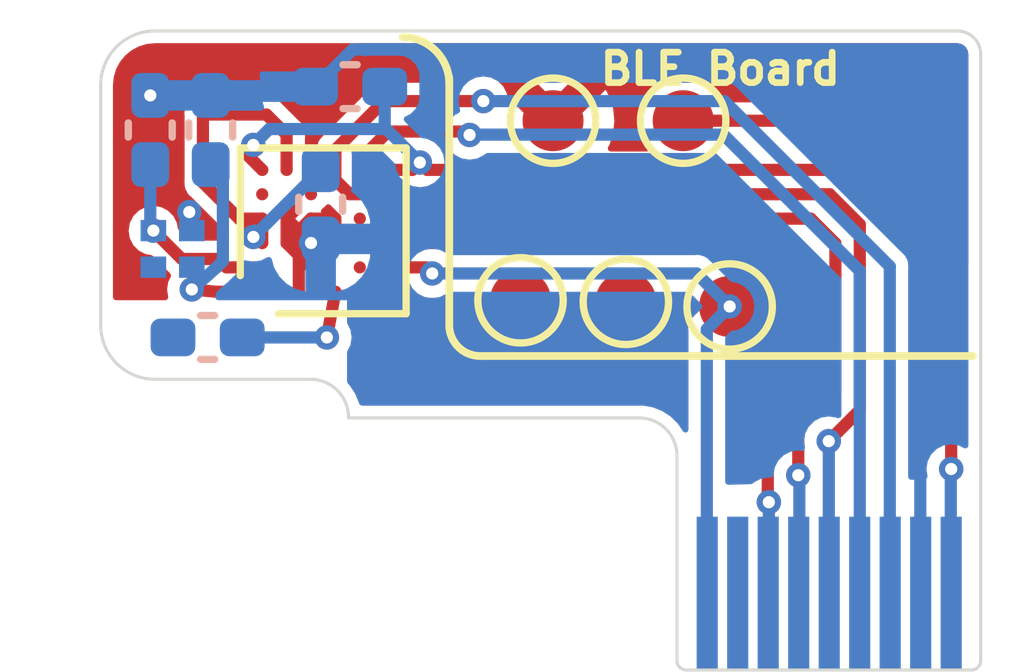
<source format=kicad_pcb>
(kicad_pcb (version 20221018) (generator pcbnew)
  (layers (0 "F.Cu" signal) (31 "B.Cu" signal) (34 "B.Paste" user) (35 "F.Paste" user) (36 "B.SilkS" user "B.Silkscreen") (37 "F.SilkS" user "F.Silkscreen") (38 "B.Mask" user) (39 "F.Mask" user) (44 "Edge.Cuts" user))
  (net 0 "")
  (net 1 "Net-(AE1-A)")
  (net 2 "GND")
  (net 3 "Net-(U1-XC1)")
  (net 4 "Net-(U1-DEC1)")
  (net 8 "Net-(U1-SWDIO)")
  (net 9 "/GPIO1")
  (net 10 "/GPIO0")
  (net 11 "Net-(U1-SWDCLK)")
  (net 12 "/GPIO4")
  (net 13 "/GPIO3")
  (net 14 "/GPIO2")
  (net 15 "VCC")
  (net 16 "Net-(U1-XC2)")
  (net 18 "/nReset")
  (footprint "Package_CSP:NRF_WLCSP-28_2.48x2.64mm_P0.4mm" (layer "F.Cu") (at 164.3032 92.5608 90)
    (fp_text reference "U1" hide)
    (fp_text value "nRF52805-CAxx" hide)
    (fp_line (start -1.36 1.36) (end -1.36 -0.735) (stroke (width 0.12)) (layer "F.SilkS"))
    (fp_line (start -0.735 -1.36) (end 1.36 -1.36) (stroke (width 0.12)) (layer "F.SilkS"))
    (fp_line (start 1.36 -1.36) (end 1.36 1.36) (stroke (width 0.12)) (layer "F.SilkS"))
    (fp_line (start 1.36 1.36) (end -1.36 1.36) (stroke (width 0.12)) (layer "F.SilkS"))
    (pad "A1" smd circle (at -1 -1 90) (size 0.2 0.2) (layers "F.Cu" "F.Paste" "F.Mask") (net 3 "Net-(U1-XC1)"))
    (pad "A2" smd circle (at -0.6 -1 90) (size 0.2 0.2) (layers "F.Cu" "F.Paste" "F.Mask") (net 16 "Net-(U1-XC2)"))
    (pad "A3" smd circle (at -0.2 -1 90) (size 0.2 0.2) (layers "F.Cu" "F.Paste" "F.Mask") (net 4 "Net-(U1-DEC1)"))
    (pad "A4" smd circle (at 0.2 -1 90) (size 0.2 0.2) (layers "F.Cu" "F.Paste" "F.Mask") (net 4 "Net-(U1-DEC1)"))
    (pad "A5" smd circle (at 0.6 -1 90) (size 0.2 0.2) (layers "F.Cu" "F.Paste" "F.Mask"))
    (pad "A6" smd circle (at 1 -1 90) (size 0.2 0.2) (layers "F.Cu" "F.Paste" "F.Mask") (net 15 "VCC"))
    (pad "B3" smd circle (at -0.2 -0.6 90) (size 0.2 0.2) (layers "F.Cu" "F.Paste" "F.Mask") (net 2 "GND"))
    (pad "B4" smd circle (at 0.2 -0.6 90) (size 0.2 0.2) (layers "F.Cu" "F.Paste" "F.Mask") (net 2 "GND"))
    (pad "B6" smd circle (at 1 -0.6 90) (size 0.2 0.2) (layers "F.Cu" "F.Paste" "F.Mask") (net 4 "Net-(U1-DEC1)"))
    (pad "C1" smd circle (at -1 -0.4 90) (size 0.2 0.2) (layers "F.Cu" "F.Paste" "F.Mask") (net 2 "GND"))
    (pad "D3" smd circle (at -0.2 -0.2 90) (size 0.2 0.2) (layers "F.Cu" "F.Paste" "F.Mask") (net 2 "GND"))
    (pad "D4" smd circle (at 0.2 -0.2 90) (size 0.2 0.2) (layers "F.Cu" "F.Paste" "F.Mask") (net 2 "GND"))
    (pad "D5" smd circle (at 0.6 -0.2 90) (size 0.2 0.2) (layers "F.Cu" "F.Paste" "F.Mask"))
    (pad "D6" smd circle (at 1 -0.2 90) (size 0.2 0.2) (layers "F.Cu" "F.Paste" "F.Mask"))
    (pad "E1" smd circle (at -1 0.2 90) (size 0.2 0.2) (layers "F.Cu" "F.Paste" "F.Mask") (net 1 "Net-(AE1-A)"))
    (pad "E3" smd circle (at -0.2 0.2 90) (size 0.2 0.2) (layers "F.Cu" "F.Paste" "F.Mask") (net 2 "GND"))
    (pad "E4" smd circle (at 0.2 0.2 90) (size 0.2 0.2) (layers "F.Cu" "F.Paste" "F.Mask") (net 2 "GND"))
    (pad "F1" smd circle (at -1 0.6 90) (size 0.2 0.2) (layers "F.Cu" "F.Paste" "F.Mask") (net 8 "Net-(U1-SWDIO)"))
    (pad "F2" smd circle (at -0.6 0.6 90) (size 0.2 0.2) (layers "F.Cu" "F.Paste" "F.Mask"))
    (pad "F4" smd circle (at 0.2 0.6 90) (size 0.2 0.2) (layers "F.Cu" "F.Paste" "F.Mask"))
    (pad "F5" smd circle (at 0.6 0.6 90) (size 0.2 0.2) (layers "F.Cu" "F.Paste" "F.Mask") (net 9 "/GPIO1"))
    (pad "F6" smd circle (at 1 0.6 90) (size 0.2 0.2) (layers "F.Cu" "F.Paste" "F.Mask") (net 10 "/GPIO0"))
    (pad "G1" smd circle (at -1 1 90) (size 0.2 0.2) (layers "F.Cu" "F.Paste" "F.Mask") (net 11 "Net-(U1-SWDCLK)"))
    (pad "G2" smd circle (at -0.6 1 90) (size 0.2 0.2) (layers "F.Cu" "F.Paste" "F.Mask") (net 18 "/nReset"))
    (pad "G3" smd circle (at -0.2 1 90) (size 0.2 0.2) (layers "F.Cu" "F.Paste" "F.Mask") (net 12 "/GPIO4"))
    (pad "G4" smd circle (at 0.2 1 90) (size 0.2 0.2) (layers "F.Cu" "F.Paste" "F.Mask") (net 13 "/GPIO3"))
    (pad "G5" smd circle (at 0.6 1 90) (size 0.2 0.2) (layers "F.Cu" "F.Paste" "F.Mask") (net 14 "/GPIO2"))
    (pad "G6" smd circle (at 1 1 90) (size 0.2 0.2) (layers "F.Cu" "F.Paste" "F.Mask") (net 15 "VCC"))
  )
  (footprint "TestPoint:TestPoint_Pad_D1.0mm" (layer "F.Cu") (at 169.2656 93.726)
    (fp_text reference "TP5" hide)
    (fp_text value "TestPoint" hide)
    (fp_circle (center 0 0) (end 0 0.7) (stroke (width 0.12)) (fill none) (layer "F.SilkS"))
    (pad "1" smd circle (at 0 0) (size 1 1) (layers "F.Cu" "F.Mask") (net 8 "Net-(U1-SWDIO)"))
  )
  (footprint "TestPoint:TestPoint_Pad_D1.0mm" (layer "F.Cu") (at 170.9674 93.8022)
    (fp_text reference "TP3" hide)
    (fp_text value "TestPoint" hide)
    (fp_circle (center 0 0) (end 0 0.7) (stroke (width 0.12)) (fill none) (layer "F.SilkS"))
    (pad "1" smd circle (at 0 0) (size 1 1) (layers "F.Cu" "F.Mask") (net 18 "/nReset"))
  )
  (footprint "OSO-SWAB-B1-00 Sensor Watch Accelerometer:FH19C9S05SH10-FFC" (layer "F.Cu") (at 172.5996 96.2512)
    (fp_text reference "U$1" hide)
    (fp_text value "FH19C-9S-0.5SH_10-FFC" hide)
    (pad "1" smd rect (at 2 2.25 90) (size 2.5 0.347) (layers "B.Cu" "B.Mask") (net 15 "VCC"))
    (pad "2" smd rect (at 1.5 2.25 90) (size 2.5 0.347) (layers "B.Cu" "B.Mask") (net 2 "GND"))
    (pad "3" smd rect (at 1 2.25 90) (size 2.5 0.347) (layers "B.Cu" "B.Mask") (net 9 "/GPIO1"))
    (pad "4" smd rect (at 0.5 2.25 90) (size 2.5 0.347) (layers "B.Cu" "B.Mask") (net 10 "/GPIO0"))
    (pad "5" smd rect (at 0 2.25 90) (size 2.5 0.347) (layers "B.Cu" "B.Mask") (net 14 "/GPIO2"))
    (pad "6" smd rect (at -0.5 2.25 90) (size 2.5 0.347) (layers "B.Cu" "B.Mask") (net 13 "/GPIO3"))
    (pad "7" smd rect (at -1 2.25 90) (size 2.5 0.347) (layers "B.Cu" "B.Mask") (net 12 "/GPIO4"))
    (pad "8" smd rect (at -1.5 2.25 90) (size 2.5 0.347) (layers "B.Cu" "B.Mask"))
    (pad "9" smd rect (at -2 2.25 90) (size 2.5 0.347) (layers "B.Cu" "B.Mask") (net 18 "/nReset"))
  )
  (footprint "TestPoint:TestPoint_Pad_D1.0mm" (layer "F.Cu") (at 167.5384 93.7006)
    (fp_text reference "TP4" hide)
    (fp_text value "TestPoint" hide)
    (fp_circle (center 0 0) (end 0 0.7) (stroke (width 0.12)) (fill none) (layer "F.SilkS"))
    (pad "1" smd circle (at 0 0) (size 1 1) (layers "F.Cu" "F.Mask") (net 11 "Net-(U1-SWDCLK)"))
  )
  (footprint "TestPoint:TestPoint_Pad_D1.0mm" (layer "F.Cu") (at 170.2054 90.7542)
    (fp_text reference "TP1" hide)
    (fp_text value "TestPoint")
    (fp_circle (center 0 0) (end 0 0.7) (stroke (width 0.12)) (fill none) (layer "F.SilkS"))
    (pad "1" smd circle (at 0 0) (size 1 1) (layers "F.Cu" "F.Mask") (net 15 "VCC"))
  )
  (footprint "TestPoint:TestPoint_Pad_D1.0mm" (layer "F.Cu") (at 168.0718 90.7542)
    (fp_text reference "TP2" hide)
    (fp_text value "TestPoint")
    (fp_circle (center 0 0) (end 0 0.7) (stroke (width 0.12)) (fill none) (layer "F.SilkS"))
    (pad "1" smd circle (at 0 0) (size 1 1) (layers "F.Cu" "F.Mask") (net 2 "GND"))
  )
  (footprint "Capacitor_SMD:C_0402_1005Metric_Pad0.74x0.62mm_HandSolder" (layer "B.Cu") (at 161.4678 90.9066 -90)
    (fp_text reference "C2" hide)
    (fp_text value "C")
    (fp_line (start -0.115835 -0.36) (end 0.115835 -0.36) (stroke (width 0.12)) (layer "B.SilkS"))
    (fp_line (start -0.115835 0.36) (end 0.115835 0.36) (stroke (width 0.12)) (layer "B.SilkS"))
    (pad "1" smd roundrect (at -0.5675 0 270) (size 0.735 0.62) (layers "B.Cu" "B.Paste" "B.Mask") (net 2 "GND"))
    (pad "2" smd roundrect (at 0.5675 0 270) (size 0.735 0.62) (layers "B.Cu" "B.Paste" "B.Mask") (net 16 "Net-(U1-XC2)"))
  )
  (footprint "Capacitor_SMD:C_0402_1005Metric_Pad0.74x0.62mm_HandSolder" (layer "B.Cu") (at 162.4584 90.9066 -90)
    (fp_text reference "C1" hide)
    (fp_text value "C")
    (fp_line (start -0.115835 -0.36) (end 0.115835 -0.36) (stroke (width 0.12)) (layer "B.SilkS"))
    (fp_line (start -0.115835 0.36) (end 0.115835 0.36) (stroke (width 0.12)) (layer "B.SilkS"))
    (pad "1" smd roundrect (at -0.5675 0 270) (size 0.735 0.62) (layers "B.Cu" "B.Paste" "B.Mask") (net 2 "GND"))
    (pad "2" smd roundrect (at 0.5675 0 270) (size 0.735 0.62) (layers "B.Cu" "B.Paste" "B.Mask") (net 3 "Net-(U1-XC1)"))
  )
  (footprint "Capacitor_SMD:C_0402_1005Metric_Pad0.74x0.62mm_HandSolder" (layer "B.Cu") (at 164.2618 92.1258 -90)
    (fp_text reference "C6" hide)
    (fp_text value "1uF")
    (fp_line (start -0.115835 -0.36) (end 0.115835 -0.36) (stroke (width 0.12)) (layer "B.SilkS"))
    (fp_line (start -0.115835 0.36) (end 0.115835 0.36) (stroke (width 0.12)) (layer "B.SilkS"))
    (pad "1" smd roundrect (at -0.5675 0 270) (size 0.735 0.62) (layers "B.Cu" "B.Paste" "B.Mask") (net 4 "Net-(U1-DEC1)"))
    (pad "2" smd roundrect (at 0.5675 0 270) (size 0.735 0.62) (layers "B.Cu" "B.Paste" "B.Mask") (net 2 "GND"))
  )
  (footprint "Crystal:Crystal_SMD_Murata_XRCTD32M000N1P1AR0-4pin_1.2x1.0mm" (layer "B.Cu") (at 161.8336 92.8576)
    (fp_text reference "Y2" hide)
    (fp_text value "32MHz")
    (pad "1" smd rect (at -0.315 -0.3) (size 0.42 0.35) (layers "B.Cu" "B.Mask") (net 16 "Net-(U1-XC2)"))
    (pad "2" smd rect (at 0.315 -0.3) (size 0.42 0.35) (layers "B.Cu" "B.Mask") (net 2 "GND"))
    (pad "3" smd rect (at 0.315 0.3) (size 0.42 0.35) (layers "B.Cu" "B.Mask") (net 3 "Net-(U1-XC1)"))
    (pad "4" smd rect (at -0.315 0.3) (size 0.42 0.35) (layers "B.Cu" "B.Mask"))
  )
  (footprint "Capacitor_SMD:C_0402_1005Metric_Pad0.74x0.62mm_HandSolder" (layer "B.Cu") (at 164.7444 90.1954 180)
    (fp_text reference "C4" hide)
    (fp_text value "1uF")
    (fp_line (start -0.115835 -0.36) (end 0.115835 -0.36) (stroke (width 0.12)) (layer "B.SilkS"))
    (fp_line (start -0.115835 0.36) (end 0.115835 0.36) (stroke (width 0.12)) (layer "B.SilkS"))
    (pad "1" smd roundrect (at -0.5675 0 180) (size 0.735 0.62) (layers "B.Cu" "B.Paste" "B.Mask") (net 15 "VCC"))
    (pad "2" smd roundrect (at 0.5675 0 180) (size 0.735 0.62) (layers "B.Cu" "B.Paste" "B.Mask") (net 2 "GND"))
  )
  (footprint "Capacitor_SMD:C_0402_1005Metric_Pad0.74x0.62mm_HandSolder" (layer "B.Cu") (at 162.4076 94.3102 180)
    (fp_text reference "AE1" hide)
    (fp_text value "Antenna" hide)
    (fp_line (start -0.115835 -0.36) (end 0.115835 -0.36) (stroke (width 0.12)) (layer "B.SilkS"))
    (fp_line (start -0.115835 0.36) (end 0.115835 0.36) (stroke (width 0.12)) (layer "B.SilkS"))
    (pad "1" smd roundrect (at -0.5675 0 180) (size 0.735 0.62) (layers "B.Cu" "B.Paste" "B.Mask") (net 1 "Net-(AE1-A)"))
    (pad "2" smd roundrect (at 0.5675 0 180) (size 0.735 0.62) (layers "B.Cu" "B.Paste" "B.Mask"))
  )
  (gr_arc (start 166.878 94.615) (mid 166.51879 94.46621) (end 166.37 94.107) (stroke (width 0.127)) (layer "F.SilkS"))
  (gr_arc (start 165.608 89.3826) (mid 166.146815 89.605785) (end 166.37 90.1446) (stroke (width 0.127)) (layer "F.SilkS"))
  (gr_line (start 174.9552 94.615) (end 166.878 94.615) (stroke (width 0.127)) (layer "F.SilkS"))
  (gr_line (start 166.37 90.043) (end 166.37 94.107) (stroke (width 0.127)) (layer "F.SilkS"))
  (gr_line (start 170.103925 96.253481) (end 170.1038 99.616) (stroke (width 0.05)) (layer "Edge.Cuts"))
  (gr_line (start 164.084 94.996) (end 161.544 94.996) (stroke (width 0.05)) (layer "Edge.Cuts"))
  (gr_arc (start 164.084 94.996) (mid 164.535449 95.179551) (end 164.719 95.631) (stroke (width 0.05)) (layer "Edge.Cuts"))
  (gr_arc (start 175.0822 99.616) (mid 175.038266 99.722066) (end 174.9322 99.766) (stroke (width 0.05)) (layer "Edge.Cuts"))
  (gr_arc (start 174.7012 89.281) (mid 174.970608 89.392592) (end 175.0822 89.662) (stroke (width 0.05)) (layer "Edge.Cuts"))
  (gr_arc (start 160.655 90.17) (mid 160.915382 89.541382) (end 161.544 89.281) (stroke (width 0.05)) (layer "Edge.Cuts"))
  (gr_line (start 169.4688 95.631) (end 164.719 95.631) (stroke (width 0.05)) (layer "Edge.Cuts"))
  (gr_line (start 160.655 94.107) (end 160.655 90.17) (stroke (width 0.05)) (layer "Edge.Cuts"))
  (gr_line (start 175.0822 96.266) (end 175.0822 99.616) (stroke (width 0.05)) (layer "Edge.Cuts"))
  (gr_arc (start 161.544 94.996) (mid 160.915382 94.735618) (end 160.655 94.107) (stroke (width 0.05)) (layer "Edge.Cuts"))
  (gr_line (start 175.0822 89.662) (end 175.0822 96.266) (stroke (width 0.05)) (layer "Edge.Cuts"))
  (gr_arc (start 169.4688 95.631001) (mid 169.917119 95.808828) (end 170.103925 96.253481) (stroke (width 0.05)) (layer "Edge.Cuts"))
  (gr_arc (start 170.2538 99.766) (mid 170.147734 99.722066) (end 170.1038 99.616) (stroke (width 0.05)) (layer "Edge.Cuts"))
  (gr_line (start 174.9322 99.766) (end 170.2538 99.766) (stroke (width 0.05)) (layer "Edge.Cuts"))
  (gr_line (start 161.544 89.281) (end 174.7012 89.281) (stroke (width 0.05)) (layer "Edge.Cuts"))
  (gr_text "BLE Board" (at 170.815 89.6112) (layer "F.SilkS") (effects (font (size 0.499872 0.499872) (thickness 0.109728)) (justify top)))
  (segment (start 164.3634 94.3102) (end 164.5032 93.5608) (width 0.2) (layer "F.Cu") (net 1))
  (via (at 164.3634 94.3102) (size 0.4) (drill 0.2) (layers "F.Cu" "B.Cu") (net 1))
  (segment (start 164.3634 94.3102) (end 162.9751 94.3102) (width 0.2) (layer "B.Cu") (net 1))
  (segment (start 162.107809 92.25301) (end 161.4678 91.613001) (width 0.2) (layer "F.Cu") (net 2))
  (segment (start 163.7032 92.7608) (end 163.9062 92.7608) (width 0.2) (layer "F.Cu") (net 2))
  (segment (start 163.9032 93.5608) (end 163.9032 92.7638) (width 0.2) (layer "F.Cu") (net 2))
  (segment (start 163.9062 92.7608) (end 164.1032 92.7608) (width 0.2) (layer "F.Cu") (net 2))
  (segment (start 164.1032 92.7608) (end 164.1032 92.3608) (width 0.2) (layer "F.Cu") (net 2))
  (segment (start 164.5032 92.7608) (end 164.5032 92.3608) (width 0.2) (layer "F.Cu") (net 2))
  (segment (start 161.4678 91.613001) (end 161.4678 90.3391) (width 0.2) (layer "F.Cu") (net 2))
  (segment (start 164.1032 92.3608) (end 164.5032 92.3608) (width 0.2) (layer "F.Cu") (net 2))
  (segment (start 163.7032 92.3608) (end 163.7032 92.7608) (width 0.2) (layer "F.Cu") (net 2))
  (segment (start 163.9032 92.7638) (end 163.9062 92.7608) (width 0.2) (layer "F.Cu") (net 2))
  (via (at 161.4678 90.3391) (size 0.4) (drill 0.2) (layers "F.Cu" "B.Cu") (net 2))
  (via (at 164.1032 92.7608) (size 0.4) (drill 0.2) (layers "F.Cu" "B.Cu") (net 2))
  (via (at 162.107809 92.25301) (size 0.4) (drill 0.2) (layers "F.Cu" "B.Cu") (net 2))
  (segment (start 162.1536 92.207219) (end 162.107809 92.25301) (width 0.2) (layer "B.Cu") (net 2))
  (segment (start 161.4678 90.3391) (end 162.4584 90.3391) (width 0.2) (layer "B.Cu") (net 2))
  (segment (start 162.1486 92.1816) (end 162.1536 92.1766) (width 0.2) (layer "B.Cu") (net 2))
  (segment (start 162.1486 92.5576) (end 162.1486 92.1816) (width 0.2) (layer "B.Cu") (net 2))
  (segment (start 164.7869 89.5854) (end 164.1769 90.1954) (width 0.2) (layer "B.Cu") (net 2))
  (segment (start 162.1536 92.1766) (end 162.1536 92.207219) (width 0.2) (layer "B.Cu") (net 2))
  (segment (start 162.4584 90.3391) (end 164.0332 90.3391) (width 0.2) (layer "B.Cu") (net 2))
  (segment (start 170.599772 89.5854) (end 164.7869 89.5854) (width 0.2) (layer "B.Cu") (net 2))
  (segment (start 164.0332 90.3391) (end 164.1769 90.1954) (width 0.2) (layer "B.Cu") (net 2))
  (segment (start 174.093 93.078628) (end 170.599772 89.5854) (width 0.2) (layer "B.Cu") (net 2))
  (segment (start 174.093 98.516) (end 174.093 93.078628) (width 0.2) (layer "B.Cu") (net 2))
  (segment (start 162.1486 93.5228) (end 162.5518 93.5608) (width 0.2) (layer "F.Cu") (net 3))
  (segment (start 162.5518 93.5608) (end 163.3032 93.5608) (width 0.2) (layer "F.Cu") (net 3))
  (via (at 162.1486 93.5228) (size 0.4) (drill 0.2) (layers "F.Cu" "B.Cu") (net 3))
  (segment (start 162.5586 93.1576) (end 162.6586 93.0576) (width 0.2) (layer "B.Cu") (net 3))
  (segment (start 162.6586 91.6743) (end 162.4584 91.4741) (width 0.2) (layer "B.Cu") (net 3))
  (segment (start 162.6586 93.0576) (end 162.6586 91.6743) (width 0.2) (layer "B.Cu") (net 3))
  (segment (start 162.1486 93.5228) (end 162.5586 93.1576) (width 0.2) (layer "B.Cu") (net 3))
  (segment (start 163.1581 92.6613) (end 163.1581 92.5969) (width 0.2) (layer "F.Cu") (net 4))
  (segment (start 163.1581 92.5969) (end 162.922 92.3608) (width 0.2) (layer "F.Cu") (net 4))
  (segment (start 163.7032 90.983) (end 163.7032 91.5608) (width 0.2) (layer "F.Cu") (net 4))
  (segment (start 162.922 92.3608) (end 162.3314 91.7702) (width 0.2) (layer "F.Cu") (net 4))
  (segment (start 162.3314 90.6526) (end 163.3728 90.6526) (width 0.2) (layer "F.Cu") (net 4))
  (segment (start 162.3314 91.7702) (end 162.3314 90.6526) (width 0.2) (layer "F.Cu") (net 4))
  (segment (start 163.3728 90.6526) (end 163.7032 90.983) (width 0.2) (layer "F.Cu") (net 4))
  (segment (start 163.3032 92.3608) (end 162.922 92.3608) (width 0.2) (layer "F.Cu") (net 4))
  (segment (start 163.3032 92.7608) (end 163.3032 92.3608) (width 0.2) (layer "F.Cu") (net 4))
  (via (at 163.1581 92.6613) (size 0.4) (drill 0.2) (layers "F.Cu" "B.Cu") (net 4))
  (segment (start 164.2611 91.5583) (end 163.1581 92.6613) (width 0.2) (layer "B.Cu") (net 4))
  (segment (start 164.2618 91.5583) (end 164.2611 91.5583) (width 0.2) (layer "B.Cu") (net 4))
  (segment (start 168.491 94.5006) (end 169.2656 93.726) (width 0.2) (layer "F.Cu") (net 8))
  (segment (start 165.677314 94.5006) (end 168.491 94.5006) (width 0.2) (layer "F.Cu") (net 8))
  (segment (start 164.9032 93.5608) (end 164.9032 93.726486) (width 0.2) (layer "F.Cu") (net 8))
  (segment (start 164.9032 93.726486) (end 165.677314 94.5006) (width 0.2) (layer "F.Cu") (net 8))
  (segment (start 165.30013 90.4325) (end 166.9288 90.4325) (width 0.2) (layer "F.Cu") (net 9))
  (segment (start 164.737515 91.9608) (end 164.5032 91.726485) (width 0.2) (layer "F.Cu") (net 9))
  (segment (start 164.5032 91.229429) (end 165.30013 90.4325) (width 0.2) (layer "F.Cu") (net 9))
  (segment (start 164.5032 91.726485) (end 164.5032 91.229429) (width 0.2) (layer "F.Cu") (net 9))
  (segment (start 164.9032 91.9608) (end 164.737515 91.9608) (width 0.2) (layer "F.Cu") (net 9))
  (via (at 166.9288 90.4325) (size 0.4) (drill 0.2) (layers "F.Cu" "B.Cu") (net 9))
  (segment (start 170.881186 90.4325) (end 173.593 93.144314) (width 0.2) (layer "B.Cu") (net 9))
  (segment (start 173.593 93.144314) (end 173.593 98.516) (width 0.2) (layer "B.Cu") (net 9))
  (segment (start 166.9288 90.4325) (end 170.881186 90.4325) (width 0.2) (layer "B.Cu") (net 9))
  (segment (start 164.9032 91.395115) (end 165.366315 90.932) (width 0.2) (layer "F.Cu") (net 10))
  (segment (start 166.647083 90.932) (end 166.702895 90.987812) (width 0.2) (layer "F.Cu") (net 10))
  (segment (start 164.9032 91.5608) (end 164.9032 91.395115) (width 0.2) (layer "F.Cu") (net 10))
  (segment (start 165.366315 90.932) (end 166.647083 90.932) (width 0.2) (layer "F.Cu") (net 10))
  (via (at 166.702895 90.987812) (size 0.4) (drill 0.2) (layers "F.Cu" "B.Cu") (net 10))
  (segment (start 173.101 93.218) (end 173.101 98.508) (width 0.2) (layer "B.Cu") (net 10))
  (segment (start 173.101 98.508) (end 173.093 98.516) (width 0.2) (layer "B.Cu") (net 10))
  (segment (start 170.8658 90.9828) (end 173.101 93.218) (width 0.2) (layer "B.Cu") (net 10))
  (segment (start 166.702895 90.987812) (end 166.697883 90.9828) (width 0.2) (layer "B.Cu") (net 10))
  (segment (start 166.697883 90.9828) (end 170.8658 90.9828) (width 0.2) (layer "B.Cu") (net 10))
  (segment (start 165.3032 93.5608) (end 165.5027 93.7603) (width 0.2) (layer "F.Cu") (net 11))
  (segment (start 165.5027 93.7603) (end 167.4787 93.7603) (width 0.2) (layer "F.Cu") (net 11))
  (segment (start 167.4787 93.7603) (end 167.5384 93.7006) (width 0.2) (layer "F.Cu") (net 11))
  (segment (start 172.2882 95.043007) (end 171.5925 95.738707) (width 0.2) (layer "F.Cu") (net 12))
  (segment (start 165.3032 92.7608) (end 172.0342 92.7608) (width 0.2) (layer "F.Cu") (net 12))
  (segment (start 172.0342 92.7608) (end 172.2882 93.0148) (width 0.2) (layer "F.Cu") (net 12))
  (segment (start 171.5925 96.995985) (end 171.609958 97.013443) (width 0.2) (layer "F.Cu") (net 12))
  (segment (start 172.2882 93.0148) (end 172.2882 95.043007) (width 0.2) (layer "F.Cu") (net 12))
  (segment (start 171.5925 95.738707) (end 171.5925 96.995985) (width 0.2) (layer "F.Cu") (net 12))
  (via (at 171.609958 97.013443) (size 0.4) (drill 0.2) (layers "F.Cu" "B.Cu") (net 12))
  (segment (start 171.609958 97.013443) (end 171.609958 98.499042) (width 0.2) (layer "B.Cu") (net 12))
  (segment (start 171.609958 98.499042) (end 171.593 98.516) (width 0.2) (layer "B.Cu") (net 12))
  (segment (start 172.0925 95.804393) (end 172.0925 96.5708) (width 0.2) (layer "F.Cu") (net 13))
  (segment (start 172.701 95.195893) (end 172.0925 95.804393) (width 0.2) (layer "F.Cu") (net 13))
  (segment (start 165.3032 92.3608) (end 172.2946 92.3608) (width 0.2) (layer "F.Cu") (net 13))
  (segment (start 172.701 92.7672) (end 172.701 95.195893) (width 0.2) (layer "F.Cu") (net 13))
  (segment (start 172.2946 92.3608) (end 172.701 92.7672) (width 0.2) (layer "F.Cu") (net 13))
  (via (at 172.0925 96.5708) (size 0.4) (drill 0.2) (layers "F.Cu" "B.Cu") (net 13))
  (segment (start 172.109958 98.499042) (end 172.093 98.516) (width 0.2) (layer "B.Cu") (net 13))
  (segment (start 172.109958 96.588258) (end 172.109958 98.499042) (width 0.2) (layer "B.Cu") (net 13))
  (segment (start 172.0925 96.5708) (end 172.109958 96.588258) (width 0.2) (layer "B.Cu") (net 13))
  (segment (start 173.101 92.456) (end 173.101 95.503) (width 0.2) (layer "F.Cu") (net 14))
  (segment (start 165.3032 91.9608) (end 172.6058 91.9608) (width 0.2) (layer "F.Cu") (net 14))
  (segment (start 172.6058 91.9608) (end 173.101 92.456) (width 0.2) (layer "F.Cu") (net 14))
  (segment (start 173.101 95.503) (end 172.592 96.012) (width 0.2) (layer "F.Cu") (net 14))
  (via (at 172.592 96.012) (size 0.4) (drill 0.2) (layers "F.Cu" "B.Cu") (net 14))
  (segment (start 172.592 96.012) (end 172.593 96.013) (width 0.2) (layer "B.Cu") (net 14))
  (segment (start 172.593 96.013) (end 172.593 98.516) (width 0.2) (layer "B.Cu") (net 14))
  (segment (start 171.9834 90.7542) (end 172.79 91.5608) (width 0.2) (layer "F.Cu") (net 15))
  (segment (start 163.0934 91.088285) (end 163.156922 91.151807) (width 0.2) (layer "F.Cu") (net 15))
  (segment (start 166.0082 91.5608) (end 172.79 91.5608) (width 0.2) (layer "F.Cu") (net 15))
  (segment (start 165.8874 91.44) (end 166.0082 91.5608) (width 0.2) (layer "F.Cu") (net 15))
  (segment (start 165.7666 91.5608) (end 165.8874 91.44) (width 0.2) (layer "F.Cu") (net 15))
  (segment (start 170.2054 90.7542) (end 171.9834 90.7542) (width 0.2) (layer "F.Cu") (net 15))
  (segment (start 174.5996 93.3704) (end 174.5996 96.4692) (width 0.2) (layer "F.Cu") (net 15))
  (segment (start 163.0934 91.351) (end 163.0934 91.088285) (width 0.2) (layer "F.Cu") (net 15))
  (segment (start 165.3032 91.5608) (end 165.7666 91.5608) (width 0.2) (layer "F.Cu") (net 15))
  (segment (start 163.3032 91.5608) (end 163.0934 91.351) (width 0.2) (layer "F.Cu") (net 15))
  (segment (start 172.79 91.5608) (end 174.5996 93.3704) (width 0.2) (layer "F.Cu") (net 15))
  (via (at 163.156922 91.151807) (size 0.4) (drill 0.2) (layers "F.Cu" "B.Cu") (net 15))
  (via (at 165.8874 91.44) (size 0.4) (drill 0.2) (layers "F.Cu" "B.Cu") (net 15))
  (via (at 174.5996 96.4692) (size 0.4) (drill 0.2) (layers "F.Cu" "B.Cu") (net 15))
  (segment (start 165.3119 90.8645) (end 165.3382 90.8908) (width 0.2) (layer "B.Cu") (net 15))
  (segment (start 174.593 96.4758) (end 174.593 98.516) (width 0.2) (layer "B.Cu") (net 15))
  (segment (start 165.3119 90.1954) (end 165.3119 90.8645) (width 0.2) (layer "B.Cu") (net 15))
  (segment (start 163.417929 90.8908) (end 165.3382 90.8908) (width 0.2) (layer "B.Cu") (net 15))
  (segment (start 165.3382 90.8908) (end 165.8874 91.44) (width 0.2) (layer "B.Cu") (net 15))
  (segment (start 174.5996 96.4692) (end 174.593 96.4758) (width 0.2) (layer "B.Cu") (net 15))
  (segment (start 163.156922 91.151807) (end 163.417929 90.8908) (width 0.2) (layer "B.Cu") (net 15))
  (segment (start 162.717486 93.1608) (end 162.579486 93.0228) (width 0.2) (layer "F.Cu") (net 16))
  (segment (start 162.579486 93.0228) (end 161.9838 93.0228) (width 0.2) (layer "F.Cu") (net 16))
  (segment (start 161.9838 93.0228) (end 161.5186 92.5576) (width 0.2) (layer "F.Cu") (net 16))
  (segment (start 163.3032 93.1608) (end 162.717486 93.1608) (width 0.2) (layer "F.Cu") (net 16))
  (via (at 161.5186 92.5576) (size 0.4) (drill 0.2) (layers "F.Cu" "B.Cu") (net 16))
  (segment (start 161.4678 92.5068) (end 161.5186 92.5576) (width 0.2) (layer "B.Cu") (net 16))
  (segment (start 161.4678 91.4741) (end 161.4678 92.5068) (width 0.2) (layer "B.Cu") (net 16))
  (segment (start 165.3032 93.1608) (end 165.9911 93.1608) (width 0.2) (layer "F.Cu") (net 18))
  (segment (start 165.9911 93.1608) (end 166.0906 93.2603) (width 0.2) (layer "F.Cu") (net 18))
  (via (at 170.9674 93.8022) (size 0.4) (drill 0.2) (layers "F.Cu" "B.Cu") (net 18))
  (via (at 166.0906 93.2603) (size 0.4) (drill 0.2) (layers "F.Cu" "B.Cu") (net 18))
  (segment (start 170.4255 93.2603) (end 170.9674 93.8022) (width 0.2) (layer "B.Cu") (net 18))
  (segment (start 170.593 94.1766) (end 170.593 98.516) (width 0.2) (layer "B.Cu") (net 18))
  (segment (start 170.9674 93.8022) (end 170.593 94.1766) (width 0.2) (layer "B.Cu") (net 18))
  (segment (start 166.0906 93.2603) (end 170.4255 93.2603) (width 0.2) (layer "B.Cu") (net 18))
  (zone (net 0) (net_name "") (layers "F&B.Cu") (connect_pads (clearance 0)) (min_thickness 0.25)
    (keepout (tracks allowed) (vias not_allowed) (pads not_allowed) (copperpour not_allowed) (footprints allowed))
    (fill (thermal_gap 0.5) (thermal_bridge_width 0.5))
    (polygon (pts (xy 164.6936 93.7006) (xy 164.6936 95.0214) (xy 160.5534 95.0214) (xy 160.5534 93.7006)))
  )
  (zone (net 2) (net_name "GND") (layers "F&B.Cu") (name "GND") (connect_pads (clearance 0.1)) (min_thickness 0.1) (fill yes (thermal_gap 0.5) (thermal_bridge_width 0.5))
    (polygon (pts (xy 159.343161 88.824299) (xy 175.624561 88.773499) (xy 175.7934 96.5962) (xy 159.004 97.0534) (xy 159.368561 88.798899)))
  )
)
</source>
